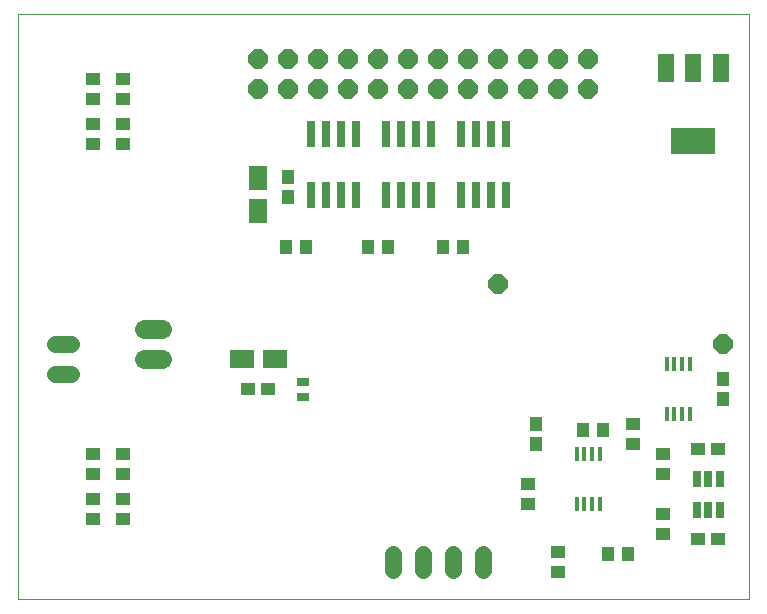
<source format=gbs>
G75*
%MOIN*%
%OFA0B0*%
%FSLAX24Y24*%
%IPPOS*%
%LPD*%
%AMOC8*
5,1,8,0,0,1.08239X$1,22.5*
%
%ADD10C,0.0000*%
%ADD11R,0.0434X0.0473*%
%ADD12R,0.0158X0.0512*%
%ADD13R,0.0473X0.0434*%
%ADD14C,0.0580*%
%ADD15C,0.0640*%
%ADD16R,0.0808X0.0631*%
%ADD17R,0.0394X0.0316*%
%ADD18R,0.0631X0.0808*%
%ADD19R,0.0276X0.0906*%
%ADD20R,0.0284X0.0520*%
%ADD21OC8,0.0640*%
%ADD22R,0.0520X0.0920*%
%ADD23R,0.1457X0.0906*%
D10*
X000630Y000630D02*
X000630Y020126D01*
X025000Y020126D01*
X025000Y000630D01*
X000630Y000630D01*
D11*
X009545Y012380D03*
X010215Y012380D03*
X009630Y014045D03*
X009630Y014715D03*
X012295Y012380D03*
X012965Y012380D03*
X014795Y012380D03*
X015465Y012380D03*
X017880Y006465D03*
X017880Y005795D03*
X019445Y006280D03*
X020115Y006280D03*
X024130Y007295D03*
X024130Y007965D03*
X020965Y002130D03*
X020295Y002130D03*
D12*
X020013Y003799D03*
X019758Y003799D03*
X019502Y003799D03*
X019246Y003799D03*
X019246Y005462D03*
X019502Y005462D03*
X019758Y005462D03*
X020013Y005462D03*
X022246Y006799D03*
X022502Y006799D03*
X022758Y006799D03*
X023013Y006799D03*
X023013Y008462D03*
X022758Y008462D03*
X022502Y008462D03*
X022246Y008462D03*
D13*
X021130Y006465D03*
X021130Y005795D03*
X022130Y005465D03*
X022130Y004795D03*
X023295Y005630D03*
X023965Y005630D03*
X022130Y003465D03*
X022130Y002795D03*
X023295Y002630D03*
X023965Y002630D03*
X018630Y002215D03*
X018630Y001545D03*
X017630Y003795D03*
X017630Y004465D03*
X008965Y007630D03*
X008295Y007630D03*
X004130Y005465D03*
X004130Y004795D03*
X004130Y003965D03*
X004130Y003295D03*
X003130Y003295D03*
X003130Y003965D03*
X003130Y004795D03*
X003130Y005465D03*
X003130Y015795D03*
X003130Y016465D03*
X003130Y017295D03*
X003130Y017965D03*
X004130Y017965D03*
X004130Y017295D03*
X004130Y016465D03*
X004130Y015795D03*
D14*
X002400Y009130D02*
X001860Y009130D01*
X001860Y008130D02*
X002400Y008130D01*
X013130Y002150D02*
X013130Y001610D01*
X014130Y001610D02*
X014130Y002150D01*
X015130Y002150D02*
X015130Y001610D01*
X016130Y001610D02*
X016130Y002150D01*
D15*
X005430Y008630D02*
X004830Y008630D01*
X004830Y009630D02*
X005430Y009630D01*
D16*
X008089Y008630D03*
X009171Y008630D03*
D17*
X010130Y007886D03*
X010130Y007374D03*
D18*
X008630Y013589D03*
X008630Y014671D03*
D19*
X010380Y014106D03*
X010880Y014106D03*
X011380Y014106D03*
X011880Y014106D03*
X012880Y014106D03*
X013380Y014106D03*
X013880Y014106D03*
X014380Y014106D03*
X015380Y014106D03*
X015880Y014106D03*
X016380Y014106D03*
X016880Y014106D03*
X016880Y016154D03*
X016380Y016154D03*
X015880Y016154D03*
X015380Y016154D03*
X014380Y016154D03*
X013880Y016154D03*
X013380Y016154D03*
X012880Y016154D03*
X011880Y016154D03*
X011380Y016154D03*
X010880Y016154D03*
X010380Y016154D03*
D20*
X023256Y004642D03*
X023630Y004642D03*
X024004Y004642D03*
X024004Y003618D03*
X023630Y003618D03*
X023256Y003618D03*
D21*
X024130Y009130D03*
X016630Y011130D03*
X016630Y017630D03*
X016630Y018630D03*
X015630Y018630D03*
X015630Y017630D03*
X014630Y017630D03*
X014630Y018630D03*
X013630Y018630D03*
X012630Y018630D03*
X012630Y017630D03*
X013630Y017630D03*
X011630Y017630D03*
X011630Y018630D03*
X010630Y018630D03*
X010630Y017630D03*
X009630Y017630D03*
X009630Y018630D03*
X008630Y018630D03*
X008630Y017630D03*
X017630Y017630D03*
X017630Y018630D03*
X018630Y018630D03*
X018630Y017630D03*
X019630Y017630D03*
X019630Y018630D03*
D22*
X022220Y018350D03*
X023130Y018350D03*
X024040Y018350D03*
D23*
X023130Y015910D03*
M02*

</source>
